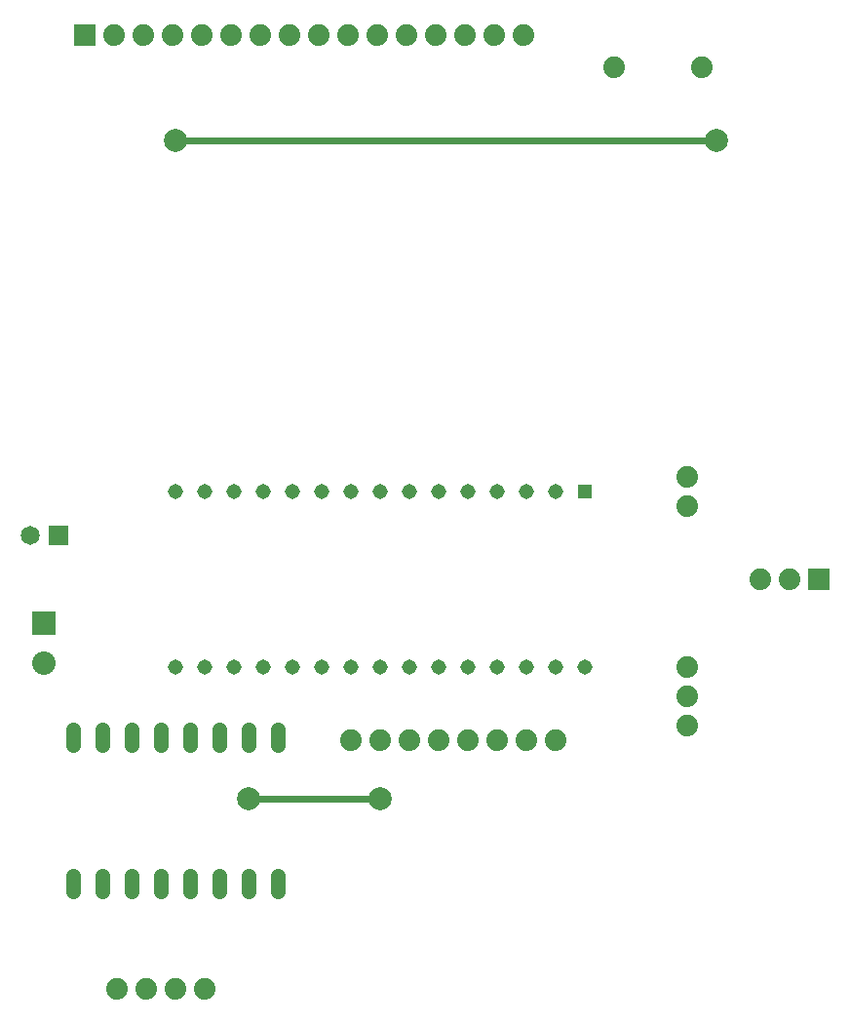
<source format=gbr>
G04 EAGLE Gerber RS-274X export*
G75*
%MOMM*%
%FSLAX34Y34*%
%LPD*%
%INTop Copper*%
%IPPOS*%
%AMOC8*
5,1,8,0,0,1.08239X$1,22.5*%
G01*
%ADD10R,1.308000X1.308000*%
%ADD11C,1.308000*%
%ADD12C,1.879600*%
%ADD13R,1.879600X1.879600*%
%ADD14C,1.308000*%
%ADD15C,1.651000*%
%ADD16R,1.651000X1.651000*%
%ADD17R,2.032000X2.032000*%
%ADD18C,2.032000*%
%ADD19C,2.000000*%
%ADD20C,0.609600*%


D10*
X520700Y558800D03*
D11*
X495300Y558800D03*
X469900Y558800D03*
X444500Y558800D03*
X419100Y558800D03*
X393700Y558800D03*
X368300Y558800D03*
X342900Y558800D03*
X317500Y558800D03*
X292100Y558800D03*
X266700Y558800D03*
X241300Y558800D03*
X215900Y558800D03*
X190500Y558800D03*
X165100Y558800D03*
X165100Y406400D03*
X190500Y406400D03*
X215900Y406400D03*
X241300Y406400D03*
X266700Y406400D03*
X292100Y406400D03*
X317500Y406400D03*
X342900Y406400D03*
X368300Y406400D03*
X393700Y406400D03*
X419100Y406400D03*
X444500Y406400D03*
X469900Y406400D03*
X495300Y406400D03*
X520700Y406400D03*
D12*
X495300Y342900D03*
X469900Y342900D03*
X444500Y342900D03*
X419100Y342900D03*
X393700Y342900D03*
X368300Y342900D03*
X342900Y342900D03*
X317500Y342900D03*
D13*
X86400Y955100D03*
D12*
X111800Y955100D03*
X137200Y955100D03*
X162600Y955100D03*
X188000Y955100D03*
X213400Y955100D03*
X238800Y955100D03*
X264200Y955100D03*
X289600Y955100D03*
X315000Y955100D03*
X340400Y955100D03*
X365800Y955100D03*
X391200Y955100D03*
X416600Y955100D03*
X442000Y955100D03*
X467400Y955100D03*
X622300Y927100D03*
X546100Y927100D03*
X609600Y406400D03*
X609600Y381000D03*
X609600Y355600D03*
X609600Y546100D03*
X609600Y571500D03*
D14*
X76200Y224980D02*
X76200Y211900D01*
X101600Y211900D02*
X101600Y224980D01*
X127000Y224980D02*
X127000Y211900D01*
X152400Y211900D02*
X152400Y224980D01*
X177800Y224980D02*
X177800Y211900D01*
X203200Y211900D02*
X203200Y224980D01*
X228600Y224980D02*
X228600Y211900D01*
X254000Y211900D02*
X254000Y224980D01*
X254000Y338900D02*
X254000Y351980D01*
X228600Y351980D02*
X228600Y338900D01*
X203200Y338900D02*
X203200Y351980D01*
X177800Y351980D02*
X177800Y338900D01*
X152400Y338900D02*
X152400Y351980D01*
X127000Y351980D02*
X127000Y338900D01*
X101600Y338900D02*
X101600Y351980D01*
X76200Y351980D02*
X76200Y338900D01*
D12*
X114300Y127000D03*
X139700Y127000D03*
X165100Y127000D03*
X190500Y127000D03*
D13*
X723900Y482750D03*
D12*
X698500Y482750D03*
X673100Y482750D03*
D15*
X38300Y520700D03*
D16*
X63300Y520700D03*
D17*
X50800Y444500D03*
D18*
X50800Y409500D03*
D19*
X228600Y292100D03*
X342900Y292100D03*
D20*
X228600Y292100D01*
D19*
X635000Y863600D03*
X165100Y863600D03*
D20*
X635000Y863600D01*
M02*

</source>
